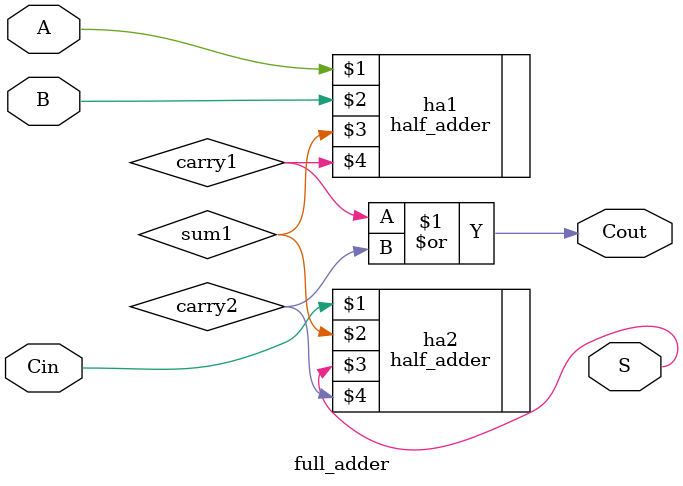
<source format=v>
module full_adder(A,B,Cin,S,Cout);

	input A,B,Cin;
	output S,Cout;
	wire sum1, carry1, carry2;
	
	half_adder ha1(A, B, sum1, carry1);
	half_adder ha2(Cin, sum1, S, carry2);
	or o(Cout, carry1,carry2);
	
endmodule

</source>
